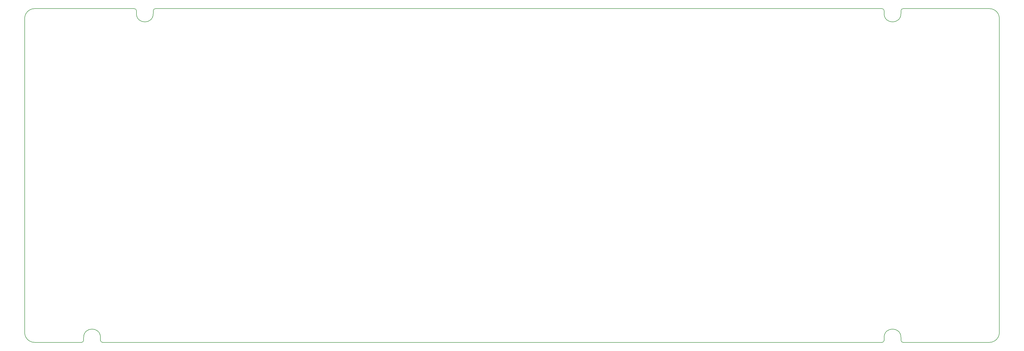
<source format=gbr>
%TF.GenerationSoftware,KiCad,Pcbnew,(5.1.10)-1*%
%TF.CreationDate,2022-04-07T18:11:13+07:00*%
%TF.ProjectId,solder,736f6c64-6572-42e6-9b69-6361645f7063,rev?*%
%TF.SameCoordinates,Original*%
%TF.FileFunction,Profile,NP*%
%FSLAX46Y46*%
G04 Gerber Fmt 4.6, Leading zero omitted, Abs format (unit mm)*
G04 Created by KiCad (PCBNEW (5.1.10)-1) date 2022-04-07 18:11:13*
%MOMM*%
%LPD*%
G01*
G04 APERTURE LIST*
%TA.AperFunction,Profile*%
%ADD10C,0.200000*%
%TD*%
G04 APERTURE END LIST*
D10*
X17812520Y-133350017D02*
G75*
G02*
X14287520Y-129825017I0J3525000D01*
G01*
X14287520Y-17812519D02*
X14287520Y-129825017D01*
X14287520Y-17812519D02*
G75*
G02*
X17812520Y-14287519I3525000J0D01*
G01*
X358425020Y-14287521D02*
X327600019Y-14287520D01*
X358425020Y-14287521D02*
G75*
G02*
X361950020Y-17812521I0J-3525000D01*
G01*
X361950020Y-129825019D02*
X361950020Y-17812521D01*
X17812520Y-133350018D02*
X34575020Y-133350018D01*
X326850019Y-15037520D02*
G75*
G02*
X327600019Y-14287520I750000J0D01*
G01*
X320100020Y-14287520D02*
G75*
G02*
X320850020Y-15037520I0J-750000D01*
G01*
X320850019Y-16037519D02*
X320850019Y-15037520D01*
X326850020Y-16037519D02*
G75*
G02*
X320850020Y-16037519I-3000000J0D01*
G01*
X326850019Y-15037520D02*
X326850020Y-16037520D01*
X60150020Y-15037519D02*
G75*
G02*
X60900020Y-14287519I750000J0D01*
G01*
X54150020Y-16037520D02*
X54150020Y-15037519D01*
X60150020Y-16037520D02*
G75*
G02*
X54150020Y-16037520I-3000000J0D01*
G01*
X320100020Y-14287520D02*
X60900020Y-14287519D01*
X60150020Y-15037519D02*
X60150020Y-16037520D01*
X35325020Y-132600018D02*
X35325020Y-131600019D01*
X35325020Y-132600018D02*
G75*
G02*
X34575020Y-133350018I-750000J0D01*
G01*
X320850020Y-132600019D02*
G75*
G02*
X320100020Y-133350019I-750000J0D01*
G01*
X42075020Y-133350018D02*
X320100020Y-133350019D01*
X42075020Y-133350018D02*
G75*
G02*
X41325020Y-132600018I0J750000D01*
G01*
X41325020Y-131600019D02*
X41325020Y-132600018D01*
X35325020Y-131600019D02*
G75*
G02*
X41325020Y-131600019I3000000J0D01*
G01*
X53400020Y-14287519D02*
X17812520Y-14287519D01*
X53400020Y-14287519D02*
G75*
G02*
X54150020Y-15037519I0J-750000D01*
G01*
X327600020Y-133350019D02*
G75*
G02*
X326850020Y-132600019I0J750000D01*
G01*
X326850020Y-131600019D02*
X326850020Y-132600019D01*
X320850020Y-131600019D02*
G75*
G02*
X326850020Y-131600019I3000000J0D01*
G01*
X320850019Y-132600019D02*
X320850020Y-131600019D01*
X327600020Y-133350019D02*
X358425020Y-133350019D01*
X361950020Y-129825019D02*
G75*
G02*
X358425020Y-133350019I-3525000J0D01*
G01*
M02*

</source>
